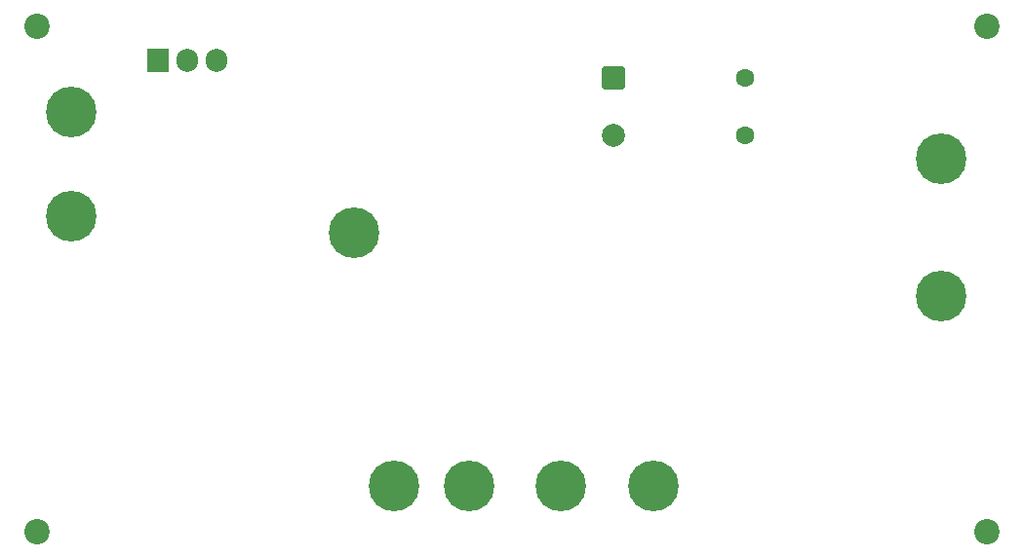
<source format=gbs>
%TF.GenerationSoftware,KiCad,Pcbnew,9.0.2*%
%TF.CreationDate,2025-06-21T01:00:02+02:00*%
%TF.ProjectId,schaltung,73636861-6c74-4756-9e67-2e6b69636164,B*%
%TF.SameCoordinates,Original*%
%TF.FileFunction,Soldermask,Bot*%
%TF.FilePolarity,Negative*%
%FSLAX46Y46*%
G04 Gerber Fmt 4.6, Leading zero omitted, Abs format (unit mm)*
G04 Created by KiCad (PCBNEW 9.0.2) date 2025-06-21 01:00:02*
%MOMM*%
%LPD*%
G01*
G04 APERTURE LIST*
G04 Aperture macros list*
%AMRoundRect*
0 Rectangle with rounded corners*
0 $1 Rounding radius*
0 $2 $3 $4 $5 $6 $7 $8 $9 X,Y pos of 4 corners*
0 Add a 4 corners polygon primitive as box body*
4,1,4,$2,$3,$4,$5,$6,$7,$8,$9,$2,$3,0*
0 Add four circle primitives for the rounded corners*
1,1,$1+$1,$2,$3*
1,1,$1+$1,$4,$5*
1,1,$1+$1,$6,$7*
1,1,$1+$1,$8,$9*
0 Add four rect primitives between the rounded corners*
20,1,$1+$1,$2,$3,$4,$5,0*
20,1,$1+$1,$4,$5,$6,$7,0*
20,1,$1+$1,$6,$7,$8,$9,0*
20,1,$1+$1,$8,$9,$2,$3,0*%
G04 Aperture macros list end*
%ADD10C,4.400000*%
%ADD11C,2.200000*%
%ADD12C,1.600000*%
%ADD13R,1.905000X2.000000*%
%ADD14O,1.905000X2.000000*%
%ADD15RoundRect,0.250000X-0.750000X0.750000X-0.750000X-0.750000X0.750000X-0.750000X0.750000X0.750000X0*%
%ADD16C,2.000000*%
G04 APERTURE END LIST*
D10*
%TO.C,J2*%
X80000000Y-68500000D03*
%TD*%
%TO.C,J1*%
X80000000Y-59500000D03*
%TD*%
%TO.C,J3*%
X155500000Y-63500000D03*
%TD*%
%TO.C,J5*%
X108000000Y-92000000D03*
%TD*%
%TO.C,J6*%
X114500000Y-92000000D03*
%TD*%
%TO.C,J7*%
X122500000Y-92000000D03*
%TD*%
D11*
%TO.C,REF1*%
X159500000Y-52000000D03*
%TD*%
D10*
%TO.C,J10*%
X104500000Y-70000000D03*
%TD*%
D11*
%TO.C,REF\u002A\u002A*%
X77000000Y-52000000D03*
%TD*%
D12*
%TO.C,C2*%
X138430000Y-56500000D03*
X138430000Y-61500000D03*
%TD*%
D13*
%TO.C,Q1*%
X87460000Y-54950000D03*
D14*
X90000000Y-54950000D03*
X92540000Y-54950000D03*
%TD*%
D11*
%TO.C,REF\u002A\u002A*%
X77000000Y-96000000D03*
%TD*%
D10*
%TO.C,J8*%
X130500000Y-92000000D03*
%TD*%
%TO.C,J4*%
X155500000Y-75500000D03*
%TD*%
D15*
%TO.C,C1*%
X127000000Y-56500000D03*
D16*
X127000000Y-61500000D03*
%TD*%
D11*
%TO.C,*%
X159500000Y-96000000D03*
%TD*%
M02*

</source>
